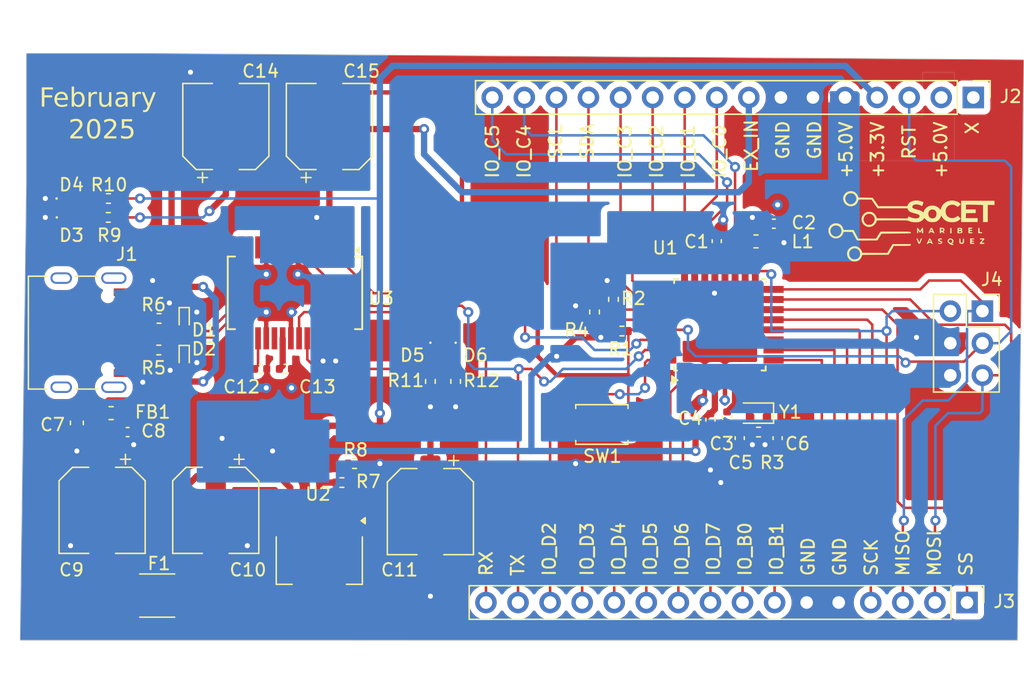
<source format=kicad_pcb>
(kicad_pcb (version 20240108) (generator "pcbnew") (generator_version "8.0")
  (layers (0 "F.Cu" signal) (31 "B.Cu" signal) (34 "B.Paste" user) (35 "F.Paste" user) (36 "B.SilkS" user "B.Silkscreen") (37 "F.SilkS" user "F.Silkscreen") (38 "B.Mask" user) (39 "F.Mask" user) (44 "Edge.Cuts" user))
  (net 0 "")
  (net 1 "/MCU/AREF")
  (net 2 "GND")
  (net 3 "+5V")
  (net 4 "EX_OSC1")
  (net 5 "EX_OSC2")
  (net 6 "PWRU_IN")
  (net 7 "Net-(C8-Pad1)")
  (net 8 "+3.3V")
  (net 9 "Net-(U3-3V3OUT)")
  (net 10 "USART_DTR")
  (net 11 "EX_RST")
  (net 12 "USBC_D.N")
  (net 13 "USBC_D.P")
  (net 14 "Net-(D3-A)")
  (net 15 "Net-(D4-A)")
  (net 16 "Net-(D5-A)")
  (net 17 "Net-(D5-K)")
  (net 18 "Net-(D6-A)")
  (net 19 "Net-(D6-K)")
  (net 20 "Net-(J1-CC1)")
  (net 25 "Net-(J1-CC2)")
  (net 28 "GPIO_C5")
  (net 29 "I2C_SDA")
  (net 30 "GPIO_C1")
  (net 31 "GPIO_C4")
  (net 32 "GPIO_C0")
  (net 34 "GPIO_C3")
  (net 35 "I2C_SCL")
  (net 36 "GPIO_C2")
  (net 37 "GPIO_D2")
  (net 38 "GPIO_B0")
  (net 39 "SPI.MOSI")
  (net 40 "GPIO_D3")
  (net 41 "GPIO_B1")
  (net 42 "USART.TXD")
  (net 43 "USART.RXD")
  (net 44 "SPI.SCK")
  (net 45 "GPIO_D7")
  (net 46 "GPIO_D6")
  (net 47 "GPIO_D4")
  (net 48 "GPIO_D5")
  (net 49 "SPI.SS")
  (net 50 "SPI.MISO")
  (net 51 "Net-(U1-AVCC)")
  (net 52 "Net-(U2-ADJ)")
  (footprint "Resistor_SMD:R_0402_1005Metric" (layer "F.Cu") (at 183.17 68)
    (property "Reference" "R1" (hide yes))
    (property "Value" "10k")
  )
  (footprint "Capacitor_SMD:CP_Elec_6.3x7.7" (layer "F.Cu") (at 151 82.2 -90)
    (property "Reference" "C10" (hide yes))
    (property "Value" "10u")
  )
  (footprint "Resistor_SMD:R_0402_1005Metric" (layer "F.Cu") (at 170 71.99 -90)
    (property "Reference" "R12" (hide yes))
    (property "Value" "150")
  )
  (footprint "Package_TO_SOT_SMD:SOT-223" (layer "F.Cu") (at 159.2 86.15 -90)
    (property "Reference" "U2" (hide yes))
    (property "Value" "LM1117DT-ADJ")
  )
  (footprint "LED_SMD:LED_0402_1005Metric" (layer "F.Cu") (at 168 70.015 -90)
    (property "Reference" "D5" (hide yes))
    (property "Value" "TX_LED")
  )
  (footprint "Capacitor_SMD:C_0402_1005Metric" (layer "F.Cu") (at 192.5 76.48 -90)
    (property "Reference" "C5" (hide yes))
    (property "Value" "18p")
  )
  (footprint "Capacitor_SMD:CP_Elec_6.3x7.7" (layer "F.Cu") (at 151.8 51.8 90)
    (property "Reference" "C14" (hide yes))
    (property "Value" "4.7u")
  )
  (footprint "Capacitor_SMD:C_0402_1005Metric" (layer "F.Cu") (at 191.5 74.88 -90)
    (property "Reference" "C3" (hide yes))
    (property "Value" ".1u")
  )
  (footprint "Fuse:Fuse_1812_4532Metric" (layer "F.Cu") (at 146.3625 88.95)
    (property "Reference" "F1" (hide yes))
    (property "Value" "500mA")
  )
  (footprint "Button_Switch_SMD:SW_Push_SPST_NO_Alps_SKRK" (layer "F.Cu") (at 181.58 75.4 180)
    (property "Reference" "SW1" (hide yes))
    (property "Value" "SW_Push")
  )
  (footprint "Package_QFP:TQFP-32_7x7mm_P0.8mm" (layer "F.Cu") (at 190.93 67.5 90)
    (property "Reference" "U1" (hide yes))
    (property "Value" "ATmega328P-A")
  )
  (footprint "Capacitor_SMD:C_0402_1005Metric" (layer "F.Cu") (at 195.2 59.5)
    (property "Reference" "C2" (hide yes))
    (property "Value" ".1u")
  )
  (footprint "Package_SO:SSOP-28_5.3x10.2mm_P0.65mm" (layer "F.Cu") (at 157.275 64.975 -90)
    (property "Reference" "U3" (hide yes))
    (property "Value" "FT232RL")
  )
  (footprint "Capacitor_SMD:C_0402_1005Metric" (layer "F.Cu") (at 195.5 76.48 -90)
    (property "Reference" "C6" (hide yes))
    (property "Value" "18p")
  )
  (footprint "Capacitor_SMD:C_0402_1005Metric" (layer "F.Cu") (at 190.18 75.02 -90)
    (property "Reference" "C4" (hide yes))
    (property "Value" ".1u")
  )
  (footprint "Connector_USB:USB_C_Receptacle_Palconn_UTC16-G" (layer "F.Cu") (at 141 68.125 -90)
    (property "Reference" "J1" (hide yes))
    (property "Value" "USB_C_Receptacle_USB2.0_16P")
  )
  (footprint "Capacitor_SMD:C_0402_1005Metric" (layer "F.Cu") (at 154.56 71)
    (property "Reference" "C12" (hide yes))
    (property "Value" ".1u")
  )
  (footprint "Capacitor_SMD:C_0402_1005Metric" (layer "F.Cu") (at 190.68 60.88 90)
    (property "Reference" "C1" (hide yes))
    (property "Value" ".1u")
  )
  (footprint "Resistor_SMD:R_0402_1005Metric" (layer "F.Cu") (at 146.49 69.5)
    (property "Reference" "R5" (hide yes))
    (property "Value" "5.1k")
  )
  (footprint "Diode_SMD:D_SOD-923" (layer "F.Cu") (at 148.5 70 -90)
    (property "Reference" "D2" (hide yes))
    (property "Value" "ESD9B5.0ST5G")
  )
  (footprint "Inductor_SMD:L_0603_1608Metric" (layer "F.Cu") (at 142.7125 74.5)
    (property "Reference" "FB1" (hide yes))
    (property "Value" "120ohms")
  )
  (footprint "Resistor_SMD:R_0402_1005Metric" (layer "F.Cu") (at 142.49 59 180)
    (property "Reference" "R9" (hide yes))
    (property "Value" "155")
  )
  (footprint "Capacitor_SMD:CP_Elec_6.3x7.7" (layer "F.Cu") (at 168 82.3 -90)
    (property "Reference" "C11" (hide yes))
    (property "Value" ".1u")
  )
  (footprint "Capacitor_SMD:CP_Elec_6.3x7.7" (layer "F.Cu") (at 142 82.2 -90)
    (property "Reference" "C9" (hide yes))
    (property "Value" "4.7u")
  )
  (footprint "Capacitor_SMD:C_0402_1005Metric" (layer "F.Cu") (at 156.52 71)
    (property "Reference" "C13" (hide yes))
    (property "Value" ".1u")
  )
  (footprint "Connector_PinHeader_2.54mm:PinHeader_1x16_P2.54mm_Vertical" (layer "F.Cu") (at 211 49.5 -90)
    (property "Reference" "J2" (hide yes))
    (property "Value" "Conn_01x16_Female")
  )
  (footprint "Capacitor_SMD:C_0402_1005Metric" (layer "F.Cu") (at 144.02 76)
    (property "Reference" "C8" (hide yes))
    (property "Value" ".1u")
  )
  (footprint "Connector_PinSocket_2.54mm:PinSocket_2x03_P2.54mm_Vertical" (layer "F.Cu") (at 211.72 66.42)
    (property "Reference" "J4" (hide yes))
    (property "Value" "ICSP")
  )
  (footprint "LED_SMD:LED_0402_1005Metric" (layer "F.Cu") (at 139.485 57.5)
    (property "Reference" "D4" (hide yes))
    (property "Value" "LED")
  )
  (footprint "Resistor_SMD:R_0402_1005Metric" (layer "F.Cu") (at 193.99 76)
    (property "Reference" "R3" (hide yes))
    (property "Value" "1M")
  )
  (footprint "Inductor_SMD:L_0603_1608Metric" (layer "F.Cu") (at 193.7875 60.9)
    (property "Reference" "L1" (hide yes))
    (property "Value" "10u")
  )
  (footprint "Resistor_SMD:R_0402_1005Metric" (layer "F.Cu") (at 168 71.99 -90)
    (property "Reference" "R11" (hide yes))
    (property "Value" "150")
  )
  (footprint "Resistor_SMD:R_0402_1005Metric" (layer "F.Cu") (at 142.5 57.5 180)
    (property "Reference" "R10" (hide yes))
    (property "Value" "70")
  )
  (footprint "Capacitor_SMD:CP_Elec_6.3x7.7" (layer "F.Cu") (at 160 51.8 90)
    (property "Reference" "C15" (hide yes))
    (property "Value" ".1u")
  )
  (footprint "LED_SMD:LED_0402_1005Metric" (layer "F.Cu") (at 139.5 59)
    (property "Reference" "D3" (hide yes))
    (property "Value" "LED")
  )
  (footprint "LED_SMD:LED_0402_1005Metric" (layer "F.Cu") (at 170 70.015 -90)
    (property "Reference" "D6" (hide yes))
    (property "Value" "RX_LED")
  )
  (footprint "Resistor_SMD:R_0402_1005Metric" (layer "F.Cu") (at 146.51 67)
    (property "Reference" "R6" (hide yes))
    (property "Value" "5.1k")
  )
  (footprint "MALTS - ADXL:socetlogo" (layer "F.Cu") (at 209.5 60.5)
    (property "Reference" "G***" (hide yes))
    (property "Value" "LOGO" (hide yes))
  )
  (footprint "Diode_SMD:D_SOD-923" (layer "F.Cu") (at 148.5 67 -90)
    (property "Reference" "D1" (hide yes))
    (property "Value" "ESD9B5.0ST5G")
  )
  (footprint "Crystal:Crystal_SMD_2012-2Pin_2.0x1.2mm" (layer "F.Cu") (at 193.98 74.5 180)
    (property "Reference" "Y1" (hide yes))
    (property "Value" "16MHz")
  )
  (footprint "Connector_PinHeader_2.54mm:PinHeader_1x16_P2.54mm_Vertical" (layer "F.Cu") (at 210.5 89.5 -90)
    (property "Reference" "J3" (hide yes))
    (property "Value" "Conn_01x16_Female")
  )
  (footprint "Capacitor_SMD:C_0603_1608Metric" (layer "F.Cu") (at 140 75.275 -90)
    (property "Reference" "C7" (hide yes))
    (property "Value" "0.1u")
  )
  (footprint "Resistor_SMD:R_0402_1005Metric" (layer "F.Cu") (at 161.99 78.5)
    (property "Reference" "R8" (hide yes))
    (property "Value" "200")
  )
  (footprint "Resistor_SMD:R_0402_1005Metric" (layer "F.Cu") (at 182.5 65.49 -90)
    (property "Reference" "R2" (hide yes))
    (property "Value" "4.7k")
  )
  (footprint "Resistor_SMD:R_0402_1005Metric" (layer "F.Cu") (at 181 66.49 -90)
    (property "Reference" "R4" (hide yes))
    (property "Value" "4.7k")
  )
  (footprint "Resistor_SMD:R_0402_1005Metric" (layer "F.Cu") (at 160.99 80)
    (property "Reference" "R7" (hide yes))
    (property "Value" "121")
  )
  (gr_poly (pts (xy 136 56.000768) (xy 135.5 92.5) (xy 214.5 92.500768) (xy 215 46.500768) (xy 146 46.000768) (xy 143.5 46) (xy 139.5 46) (xy 136 46)) (stroke (width 0.05)) (fill none) (layer "Edge.Cuts"))
  (gr_text "C9" (at 138.5 87.5 0) (layer "F.SilkS") (effects (font (size 1 1)) (justify left bottom)))
  (gr_text "D5" (at 165.5 70.5 0) (layer "F.SilkS") (effects (font (size 1 1)) (justify left bottom)))
  (gr_text "RX\n" (at 173 87.5 90) (layer "F.SilkS") (effects (font (size 1 1) (thickness 0.16)) (justify left bottom)))
  (gr_text "C6" (at 196 77.5 0) (layer "F.SilkS") (effects (font (size 1 1)) (justify left bottom)))
  (gr_text "MISO" (at 206 87.5 90) (layer "F.SilkS") (effects (font (size 1 1) (thickness 0.16)) (justify left bottom)))
  (gr_text "C1" (at 188 61.5 0) (layer "F.SilkS") (effects (font (size 1 1)) (justify left bottom)))
  (gr_text "R3" (at 194 79 0) (layer "F.SilkS") (effects (font (size 1 1)) (justify left bottom)))
  (gr_text "R6" (at 145 66.5 0) (layer "F.SilkS") (effects (font (size 1 1)) (justify left bottom)))
  (gr_text "C13" (at 157.5 73 0) (layer "F.SilkS") (effects (font (size 1 1)) (justify left bottom)))
  (gr_text "R1" (at 182 70 0) (layer "F.SilkS") (effects (font (size 1 1)) (justify left bottom)))
  (gr_text "FB1" (at 144.5 75 0) (layer "F.SilkS") (effects (font (size 1 1)) (justify left bottom)))
  (gr_text "C7" (at 137 76 0) (layer "F.SilkS") (effects (font (size 1 1)) (justify left bottom)))
  (gr_text "C14" (at 153 48 0) (layer "F.SilkS") (effects (font (size 1 1)) (justify left bottom)))
  (gr_text "IO_C3" (at 184 56 90) (layer "F.SilkS") (effects (font (size 1 1) (thickness 0.16)) (justify left bottom)))
  (gr_text "R9" (at 141.5 61 0) (layer "F.SilkS") (effects (font (size 1 1)) (justify left bottom)))
  (gr_text "C5" (at 191.5 79 0) (layer "F.SilkS") (effects (font (size 1 1)) (justify left bottom)))
  (gr_text "RST" (at 206.5 54.5 90) (layer "F.SilkS") (effects (font (size 1 1) (thickness 0.16)) (justify left bottom)))
  (gr_text "+3.3V" (at 204 56 90) (layer "F.SilkS") (effects (font (size 1 1) (thickness 0.16)) (justify left bottom)))
  (gr_text "F1" (at 145.5 87 0) (layer "F.SilkS") (effects (font (size 1 1)) (justify left bottom)))
  (gr_text "C4" (at 187.5 75.5 0) (layer "F.SilkS") (effects (font (size 1 1)) (justify left bottom)))
  (gr_text "R2" (at 183 66 0) (layer "F.SilkS") (effects (font (size 1 1)) (justify left bottom)))
  (gr_text "IO_D2" (at 178 87.5 90) (layer "F.SilkS") (effects (font (size 1 1) (thickness 0.16)) (justify left bottom)))
  (gr_text "TX\n" (at 175.5 87.5 90) (layer "F.SilkS") (effects (font (size 1 1) (thickness 0.16)) (justify left bottom)))
  (gr_text "IO_B1" (at 196 87.5 90) (layer "F.SilkS") (effects (font (size 1 1) (thickness 0.16)) (justify left bottom)))
  (gr_text "R8" (at 161 78 0) (layer "F.SilkS") (effects (font (size 1 1)) (justify left bottom)))
  (gr_text "R11" (at 164.5 72.5 0) (layer "F.SilkS") (effects (font (size 1 1)) (justify left bottom)))
  (gr_text "EX_IN" (at 194 55.5 90) (layer "F.SilkS") (effects (font (size 1 1) (thickness 0.16)) (justify left bottom)))
  (gr_text "J4" (at 211.5 64.5 0) (layer "F.SilkS") (effects (font (size 1 1)) (justify left bottom)))
  (gr_text "Y1" (at 195.5 75 0) (layer "F.SilkS") (effects (font (size 1 1)) (justify left bottom)))
  (gr_text "C3" (at 190 77.5 0) (layer "F.SilkS") (effects (font (size 1 1)) (justify left bottom)))
  (gr_text "X" (at 211.5 52.5 90) (layer "F.SilkS") (effects (font (size 1 1) (thickness 0.16)) (justify left bottom)))
  (gr_text "IO_C2" (at 186.5 56 90) (layer "F.SilkS") (effects (font (size 1 1) (thickness 0.16)) (justify left bottom)))
  (gr_text "C8" (at 145 76.5 0) (layer "F.SilkS") (effects (font (size 1 1)) (justify left bottom)))
  (gr_text "J2" (at 213 50 0) (layer "F.SilkS") (effects (font (size 1 1)) (justify left bottom)))
  (gr_text "GND" (at 198.5 87.5 90) (layer "F.SilkS") (effects (font (size 1 1) (thickness 0.16)) (justify left bottom)))
  (gr_text "GND" (at 201 87.5 90) (layer "F.SilkS") (effects (font (size 1 1) (thickness 0.16)) (justify left bottom)))
  (gr_text "SW1" (at 180 78.5 0) (layer "F.SilkS") (effects (font (size 1 1)) (justify left bottom)))
  (gr_text "J1" (at 143 62.5 0) (layer "F.SilkS") (effects (font (size 1 1)) (justify left bottom)))
  (gr_text "GND" (at 196.5 54.5 90) (layer "F.SilkS") (effects (font (size 1 1) (thickness 0.16)) (justify left bottom)))
  (gr_text "R4" (at 178.5 68.5 0) (layer "F.SilkS") (effects (font (size 1 1)) (justify left bottom)))
  (gr_text "IO_D7" (at 191 87.5 90) (layer "F.SilkS") (effects (font (size 1 1) (thickness 0.16)) (justify left bottom)))
  (gr_text "SCL" (at 178.5 54.5 90) (layer "F.SilkS") (effects (font (size 1 1) (thickness 0.16)) (justify left bottom)))
  (gr_text "C2" (at 196.5 60 0) (layer "F.SilkS") (effects (font (size 1 1)) (justify left bottom)))
  (gr_text "IO_C4\n" (at 176 56 90) (layer "F.SilkS") (effects (font (size 1 1) (thickness 0.16)) (justify left bottom)))
  (gr_text "IO_C5" (at 173.5 56 90) (layer "F.SilkS") (effects (font (size 1 1) (thickness 0.16)) (justify left bottom)))
  (gr_text "C12" (at 151.5 73 0) (layer "F.SilkS") (effects (font (size 1 1)) (justify left bottom)))
  (gr_text "R10" (at 141 57 0) (layer "F.SilkS") (effects (font (size 1 1)) (justify left bottom)))
  (gr_text "R7" (at 162 80.5 0) (layer "F.SilkS") (effects (font (size 1 1)) (justify left bottom)))
  (gr_text "D4" (at 138.5 57 0) (layer "F.SilkS") (effects (font (size 1 1)) (justify left bottom)))
  (gr_text "IO_D6" (at 188.5 87.5 90) (layer "F.SilkS") (effects (font (size 1 1) (thickness 0.16)) (justify left bottom)))
  (gr_text "GND" (at 199 54.5 90) (layer "F.SilkS") (effects (font (size 1 1) (thickness 0.16)) (justify left bottom)))
  (gr_text "R12" (at 170.5 72.5 0) (layer "F.SilkS") (effects (font (size 1 1)) (justify left bottom)))
  (gr_text "C11" (at 164 87.5 0) (layer "F.SilkS") (effects (font (size 1 1)) (justify left bottom)))
  (gr_text "IO_D5" (at 186 87.5 90) (layer "F.SilkS") (effects (font (size 1 1) (thickness 0.16)) (justify left bottom)))
  (gr_text "D3" (at 138.5 61 0) (layer "F.SilkS") (effects (font (size 1 1)) (justify left bottom)))
  (gr_text "IO_D4\n" (at 183.5 87.5 90) (layer "F.SilkS") (effects (font (size 1 1) (thickness 0.16)) (justify left bottom)))
  (gr_text "+5.0V" (at 201.5 56 90) (layer "F.SilkS") (effects (font (size 1 1) (thickness 0.16)) (justify left bottom)))
  (gr_text "MOSI" (at 208.5 87.5 90) (layer "F.SilkS") (effects (font (size 1 1) (thickness 0.16)) (justify left bottom)))
  (gr_text "D6" (at 170.5 70.5 0) (layer "F.SilkS") (effects (font (size 1 1)) (justify left bottom)))
  (gr_text "IO_C0" (at 191.5 56 90) (layer "F.SilkS") (effects (font (size 1 1) (thickness 0.16)) (justify left bottom)))
  (gr_text "R5" (at 145 71.5 0) (layer "F.SilkS") (effects (font (size 1 1)) (justify left bottom)))
  (gr_text "SCK" (at 203.5 87.5 90) (layer "F.SilkS") (effects (font (size 1 1) (thickness 0.16)) (justify left bottom)))
  (gr_text "IO_B0" (at 193.5 87.5 90) (layer "F.SilkS") (effects (font (size 1 1) (thickness 0.16)) (justify left bottom)))
  (gr_text "February \n2025" (at 142 53 0) (layer "F.SilkS") (effects (font (size 1.5 1.5)) (justify bottom)))
  (gr_text "IO_C1" (at 189 56 90) (layer "F.SilkS") (effects (font (size 1 1) (thickness 0.16)) (justify left bottom)))
  (gr_text "U1" (at 185.5 62 0) (layer "F.SilkS") (effects (font (size 1 1)) (justify left bottom)))
  (gr_text "U2" (at 158 81.5 0) (layer "F.SilkS") (effects (font (size 1 1)) (justify left bottom)))
  (gr_text "U3" (at 163 66 0) (layer "F.SilkS") (effects (font (size 1 1)) (justify left bottom)))
  (gr_text "SDA" (at 181 54.5 90) (layer "F.SilkS") (effects (font (size 1 1) (thickness 0.16)) (justify left bottom)))
  (gr_text "D2" (at 149 70 0) (layer "F.SilkS") (effects (font (size 1 1)) (justify left bottom)))
  (gr_text "D1" (at 149 68.5 0) (layer "F.SilkS") (effects (font (size 1 1)) (justify left bottom)))
  (gr_text "C15" (at 161 48 0) (layer "F.SilkS") (effects (font (size 1 1)) (justify left bottom)))
  (gr_text "C10" (at 152 87.5 0) (layer "F.SilkS") (effects (font (size 1 1)) (justify left bottom)))
  (gr_text "J3" (at 212.5 90 0) (layer "F.SilkS") (effects (font (size 1 1)) (justify left bottom)))
  (gr_text "SS" (at 211 87.5 90) (layer "F.SilkS") (effects (font (size 1 1) (thickness 0.16)) (justify left bottom)))
  (gr_text "L1" (at 196.5 61.5 0) (layer "F.SilkS") (effects (font (size 1 1)) (justify left bottom)))
  (gr_text "IO_D3" (at 181 87.5 90) (layer "F.SilkS") (effects (font (size 1 1) (thickness 0.16)) (justify left bottom)))
  (gr_text "+5.0V\n" (at 209 56 90) (layer "F.SilkS") (effects (font (size 1 1) (thickness 0.16)) (justify left bottom)))
  (segment (start 190.68 61.36) (end 191.33 62.01) (width 0.5) (layer "F.Cu") (net 1))
  (segment (start 191.33 62.01) (end 191.33 63.25) (width 0.5) (layer "F.Cu") (net 1))
  (segment (start 156.95 66.55) (end 157 66.5) (width 0.35) (layer "F.Cu") (net 2))
  (segment (start 148.5 70.42) (end 149.42 70.42) (width 0.35) (layer "F.Cu") (net 2))
  (segment (start 155.04 71) (end 155.04 72.46) (width 0.35) (layer "F.Cu") (net 2))
  (segment (start 149.42 66.58) (end 149.5 66.5) (width 0.35) (layer "F.Cu") (net 2))
  (segment (start 151.3 49.3) (end 149.5 47.5) (width 0.35) (layer "F.Cu") (net 2))
  (segment (start 189.73 71.75) (end 189.73 73.33) (width 0.35) (layer "F.Cu") (net 2))
  (segment (start 194.5 77) (end 195.46 77) (width 0.35) (layer "F.Cu") (net 2))
  (segment (start 190.18 79) (end 190.18 75.5) (width 0.35) (layer "F.Cu") (net 2))
  (segment (start 209.18 68.96) (end 206.96 68.96) (width 0.5) (layer "F.Cu") (net 2))
  (segment (start 191.33 73.466912) (end 191.323456 73.473456) (width 0.35) (layer "F.Cu") (net 2))
  (segment (start 140 77.5) (end 140 76.05) (width 0.35) (layer "F.Cu") (net 2))
  (segment (start 147.39 71.11) (end 147 70.72) (width 0.35) (layer "F.Cu") (net 2))
  (segment (start 149.5 47.5) (end 149 47.5) (width 0.35) (layer "F.Cu") (net 2))
  (segment (start 192.5 76.96) (end 193.46 76.96) (width 0.35) (layer "F.Cu") (net 2))
  (segment (start 146 64) (end 145.075 64.925) (width 0.35) (layer "F.Cu") (net 2))
  (segment (start 168 72.5) (end 168 74) (width 0.35) (layer "F.Cu") (net 2))
  (segment (start 155.04 72.46) (end 155 72.5) (width 0.35) (layer "F.Cu") (net 2))
  (segment (start 145.075 64.925) (end 143.51 64.925) (width 0.35) (layer "F.Cu") (net 2))
  (segment (start 195.68 59.5) (end 195.68 58.18) (width 0.35) (layer "F.Cu") (net 2))
  (segment (start 139.015 59) (end 137.5 59) (width 0.35) (layer "F.Cu") (net 2))
  (segment (start 159.5 70.37) (end 159.55 70.32) (width 0.35) (layer "F.Cu") (net 2))
  (segment (start 179.48 78.48) (end 179.5 78.5) (width 0.35) (layer "F.Cu") (net 2))
  (segment (start 195.46 77) (end 195.5 76.96) (width 0.35) (layer "F.Cu") (net 2))
  (segment (start 191.5 79.5) (end 191.5 75.36) (width 0.35) (layer "F.Cu") (net 2))
  (segment (start 179.48 75.4) (end 179.48 78.48) (width 0.35) (layer "F.Cu") (net 2))
  (segment (start 157.5 63.5) (end 157.5 61.475) (width 0.35) (layer "F.Cu") (net 2))
  (segment (start 155 61.375) (end 155 63.5) (width 0.35) (layer "F.Cu") (net 2))
  (segment (start 139.6 84.9) (end 139.5 85) (width 0.35) (layer "F.Cu") (net 2))
  (segment (start 149.42 70.42) (end 149.5 70.5) (width 0.35) (layer "F.Cu") (net 2))
  (segment (start 168 85) (end 168 89) (width 0.35) (layer "F.Cu") (net 2))
  (segment (start 147.327316 65.775772) (end 147.02 66.083088) (width 0.35) (layer "F.Cu") (net 2))
  (segment (start 206.96 68.96) (end 206.5 68.5) (width 0.5) (layer "F.Cu") (net 2))
  (segment (start 147 70.72) (end 147 69.5) (width 0.35) (layer "F.Cu") (net 2))
  (segment (start 155 68.575) (end 155 66.5) (width 0.35) (layer "F.Cu") (net 2))
  (segment (start 145.22 72.051544) (end 144.493456 71.325) (width 0.35) (layer "F.Cu") (net 2))
  (segment (start 191.33 71.75) (end 191.33 73.466912) (width 0.35) (layer "F.Cu") (net 2))
  (segment (start 160.2 68.575) (end 160.2 70.07) (width 0.35) (layer "F.Cu") (net 2))
  (segment (start 190.68 60.4) (end 190.68 59.710956) (width 0.35) (layer "F.Cu") (net 2))
  (segment (start 189.73 73.33) (end 189.56 73.5) (width 0.35) (layer "F.Cu") (net 2))
  (segment (start 193.46 76.96) (end 193.5 77) (width 0.35) (layer "F.Cu") (net 2))
  (segment (start 191 80) (end 191.5 79.5) (width 0.35) (layer "F.Cu") (net 2))
  (segment (start 157.5 61.475) (end 157.6 61.375) (width 0.35) (layer "F.Cu") (net 2))
  (segment (start 151 85) (end 153.5 85) (width 0.35) (layer "F.Cu") (net 2))
  (segment (start 156.95 68.575) (end 156.95 66.55) (width 0.35) (layer "F.Cu") (net 2))
  (segment (start 147.02 66.083088) (end 147.02 67) (width 0.35) (layer "F.Cu") (net 2))
  (segment (start 170 72.5) (end 170 74) (width 0.35) (layer "F.Cu") (net 2))
  (segment (start 190.68 59.710956) (end 191.195478 59.195478) (width 0.35) (layer "F.Cu") (net 2))
  (segment (start 157 71) (end 157 72.5) (width 0.35) (layer "F.Cu") (net 2))
  (segment (start 142 84.9) (end 139.6 84.9) (width 0.35) (layer "F.Cu") (net 2))
  (segment (start 159.55 70.32) (end 159.55 68.575) (width 0.35) (layer "F.Cu") (net 2))
  (segment (start 195.68 58.18) (end 195.5 58) (width 0.35) (layer "F.Cu") (net 2))
  (segment (start 144.493456 71.325) (end 143.51 71.325) (width 0.35) (layer "F.Cu") (net 2))
  (segment (start 160.2 70.07) (end 160.5 70.37) (width 0.35) (layer "F.Cu") (net 2))
  (segment (start 190.53 63.25) (end 190.53 64.97) (width 0.35) (layer "F.Cu") (net 2))
  (segment (start 139 57.5) (end 137.5 57.5) (width 0.35) (layer "F.Cu") (net 2))
  (segment (start 190.53 64.97) (end 190.5 65) (width 0.35) (layer "F.Cu") (net 2))
  (segment (start 162.5 78.5) (end 164 78.5) (width 0.35) (layer "F.Cu") (net 2))
  (segment (start 148.5 66.58) (end 149.42 66.58) (width 0.35) (layer "F.Cu") (net 2))
  (segment (start 151.8 49.3) (end 151.3 49.3) (width 0.35) (layer "F.Cu") (net 2))
  (segment (start 144.5 76) (end 144.5 77) (width 0.35) (layer "F.Cu") (net 2))
  (via (at 194.5 77) (size 0.8) (drill 0.4) (layers "F.Cu" "B.Cu") (net 2))
  (via (at 157 72.5) (size 0.8) (drill 0.4) (layers "F.Cu" "B.Cu") (net 2))
  (via (at 168 89) (size 0.8) (drill 0.4) (layers "F.Cu" "B.Cu") (net 2))
  (via (at 155 63.5) (size 0.8) (drill 0.4) (layers "F.Cu" "B.Cu") (net 2))
  (via (at 157.5 63.5) (size 0.8) (drill 0.4) (layers "F.Cu" "B.Cu") (net 2))
  (via (at 193.5 77) (size 0.8) (drill 0.4) (layers "F.Cu" "B.Cu") (net 2))
  (via (at 206.5 68.5) (size 0.8) (drill 0.4) (layers "F.Cu" "B.Cu") (net 2))
  (via (at 170 74) (size 0.8) (drill 0.4) (layers "F.Cu" "B.Cu") (net 2))
  (via (at 155 66.5) (size 0.8) (drill 0.4) (layers "F.Cu" "B.Cu") (net 2))
  (via (at 191 80) (size 0.8) (drill 0.4) (layers "F.Cu" "B.Cu") (net 2))
  (via (at 190.5 65) (size 0.8) (drill 0.4) (layers "F.Cu" "B.Cu") (net 2))
  (via (at 147.39 71.11) (size 0.8) (drill 0.4) (layers "F.Cu" "B.Cu") (net 2))
  (via (at 157 66.5) (size 0.8) (drill 0.4) (layers "F.Cu" "B.Cu") (net 2))
  (via (at 195.5 58) (size 0.8) (drill 0.4) (layers "F.Cu" "B.Cu") (net 2))
  (via (at 139.5 85) (size 0.8) (drill 0.4) (layers "F.Cu" "B.Cu") (net 2))
  (via (at 189.56 73.5) (size 0.8) (drill 0.4) (layers "F.Cu" "B.Cu") (net 2))
  (via (at 159.5 70.37) (size 0.8) (drill 0.4) (layers "F.Cu" "B.Cu") (net 2))
  (via (at 153.5 85) (size 0.8) (drill 0.4) (layers "F.Cu" "B.Cu") (net 2))
  (via (at 149 47.5) (size 0.8) (drill 0.4) (layers "F.Cu" "B.Cu") (net 2))
  (via (at 191.323456 73.473456) (size 0.8) (drill 0.4) (layers "F.Cu" "B.Cu") (net 2))
  (via (at 146 64) (size 0.8) (drill 0.4) (layers "F.Cu" "B.Cu") (net 2))
  (via (at 160.5 70.37) (size 0.8) (drill 0.4) (layers "F.Cu" "B.Cu") (net 2))
  (via (at 145.22 72.051544) (size 0.8) (drill 0.4) (layers "F.Cu" "B.Cu") (net 2))
  (via (at 149.5 66.5) (size 0.8) (drill 0.4) (layers "F.Cu" "B.Cu") (net 2))
  (via (at 140 77.5) (size 0.8) (drill 0.4) (layers "F.Cu" "B.Cu") (net 2))
  (via (at 137.5 59) (size 0.8) (drill 0.4) (layers "F.Cu" "B.Cu") (net 2))
  (via (at 155 72.5) (size 0.8) (drill 0.4) (layers "F.Cu" "B.Cu") (net 2))
  (via (at 168 74) (size 0.8) (drill 0.4) (layers "F.Cu" "B.Cu") (net 2))
  (via (at 137.5 57.5) (size 0.8) (drill 0.4) (layers "F.Cu" "B.Cu") (net 2))
  (via (at 164 78.5) (size 0.8) (drill 0.4) (layers "F.Cu" "B.Cu") (net 2))
  (via (at 147.327316 65.775772) (size 0.8) (drill 0.4) (layers "F.Cu" "B.Cu") (net 2))
  (via (at 144.5 77) (size 0.8) (drill 0.4) (layers "F.Cu" "B.Cu") (net 2))
  (via (at 149.5 70.5) (size 0.8) (drill 0.4) (layers "F.Cu" "B.Cu") (net 2))
  (via (at 191.195478 59.195478) (size 0.8) (drill 0.4) (layers "F.Cu" "B.Cu") (net 2))
  (via (at 179.5 78.5) (size 0.8) (drill 0.4) (layers "F.Cu" "B.Cu") (net 2))
  (via (at 190.18 79) (size 0.8) (drill 0.4) (layers "F.Cu" "B.Cu") (net 2))
  (segment (start 151 79.6) (end 155.5 79.6) (width 0.5) (layer "F.Cu") (net 3))
  (segment (start 192.13 73.77) (end 192.13 71.75) (width 0.5) (layer "F.Cu") (net 3))
  (segment (start 151 79.6) (end 151 77) (width 0.5) (layer "F.Cu") (net 3))
  (segment (start 156.3 70.74) (end 156.3 68.575) (width 0.5) (layer "F.Cu") (net 3))
  (segment (start 156.1 79.6) (end 156.9 80.4) (width 0.5) (layer "F.Cu") (net 3))
  (segment (start 181.5 68.5) (end 179.5 68.5) (width 0.5) (layer "F.Cu") (net 3))
  (segment (start 148.5 80.5) (end 149.5 79.5) (width 0.5) (layer "F.Cu") (net 3))
  (segment (start 189 75.630728) (end 190.090728 74.54) (width 0.5) (layer "F.Cu") (net 3))
  (segment (start 159 59) (end 159.55 59.55) (width 0.35) (layer "F.Cu") (net 3))
  (segment (start 151 77) (end 151.5 76.5) (width 0.5) (layer "F.Cu") (net 3))
  (segment (start 191.5 74.4) (end 192.13 73.77) (width 0.5) (layer "F.Cu") (net 3))
  (segment (start 182.5 64.5) (end 182 64) (width 0.5) (layer "F.Cu") (net 3))
  (segment (start 155.5 79.6) (end 156.1 79.6) (width 0.5) (layer "F.Cu") (net 3))
  (segment (start 194.72 59.5) (end 194 59.5) (width 0.5) (layer "F.Cu") (net 3))
  (segment (start 159.55 59.55) (end 159.55 61.375) (width 0.35) (layer "F.Cu") (net 3))
  (segment (start 182 68) (end 181.5 68.5) (width 0.5) (layer "F.Cu") (net 3))
  (segment (start 149.5 79.5) (end 150.9 79.5) (width 0.5) (layer "F.Cu") (net 3))
  (segment (start 194.575 60.9) (end 195.9 60.9) (width 0.5) (layer "F.Cu") (net 3))
  (segment (start 150.9 79.5) (end 151 79.6) (width 0.5) (layer "F.Cu") (net 3))
  (segment (start 155.5 79.6) (end 155.5 77.5) (width 0.5) (layer "F.Cu") (net 3))
  (segment (start 190.53 74.19) (end 190.53 71.75) (width 0.5) (layer "F.Cu") (net 3))
  (segment (start 156.04 71) (end 156.3 70.74) (width 0.5) (layer "F.Cu") (net 3))
  (segment (start 150.5 58.5) (end 151.8 57.2) (width 0.5) (layer "F.Cu") (net 3))
  (segment (start 190.18 74.54) (end 190.53 74.19) (width 0.5) (layer "F.Cu") (net 3))
  (segment (start 179.5 68.5) (end 178 70) (width 0.5) (layer "F.Cu") (net 3))
  (segment (start 156.9 80.4) (end 156.9 83) (width 0.5) (layer "F.Cu") (net 3))
  (segment (start 181 65.98) (end 179.52 65.98) (width 0.5) (layer "F.Cu") (net 3))
  (segment (start 148.5 88.95) (end 148.5 80.5) (width 0.5) (layer "F.Cu") (net 3))
  (segment (start 143 59) (end 145 59) (width 0.2) (layer "F.Cu") (net 3))
  (segment (start 194 59.5) (end 193.5 59) (width 0.5) (layer "F.Cu") (net 3))
  (segment (start 195.9 60.9) (end 196 61) (width 0.5) (layer "F.Cu") (net 3))
  (segment (start 189 77.5) (end 189 75.630728) (width 0.5) (layer "F.Cu") (net 3))
  (segment (start 190.090728 74.54) (end 190.18 74.54) (width 0.5) (layer "F.Cu") (net 3))
  (segment (start 151.8 57.2) (end 151.8 54.7) (width 0.5) (layer "F.Cu") (net 3))
  (segment (start 179.52 65.98) (end 179.5 66) (width 0.5) (layer "F.Cu") (net 3))
  (segment (start 182.5 64.98) (end 182.5 64.5) (width 0.5) (layer "F.Cu") (net 3))
  (segment (start 182.66 68) (end 182 68) (width 0.5) (layer "F.Cu") (net 3))
  (via (at 182 64) (size 0.8) (drill 0.4) (layers "F.Cu" "B.Cu") (net 3))
  (via (at 189 77.5) (size 0.8) (drill 0.4) (layers "F.Cu" "B.Cu") (net 3))
  (via (at 193.5 59) (size 0.8) (drill 0.4) (layers "F.Cu" "B.Cu") (net 3))
  (via (at 179.5 66) (size 0.8) (drill 0.4) (layers "F.Cu" "B.Cu") (net 3))
  (via (at 151.5 76.5) (size 0.8) (drill 0.4) (layers "F.Cu" "B.Cu") (net 3))
  (via (at 181.5 68.5) (size 0.8) (drill 0.4) (layers "F.Cu" "B.Cu") (net 3))
  (via (at 155.5 77.5) (size 0.8) (drill 0.4) (layers "F.Cu" "B.Cu") (net 3))
  (via (at 196 61) (size 0.8) (drill 0.4) (layers "F.Cu" "B.Cu") (net 3))
  (via (at 178 70) (size 0.8) (drill 0.4) (layers "F.Cu" "B.Cu") (net 3))
  (via (at 145 59) (size 0.8) (drill 0.4) (layers "F.Cu" "B.Cu") (net 3))
  (via (at 159 59) (size 0.8) (drill 0.4) (layers "F.Cu" "B.Cu") (net 3))
  (via (at 150.5 58.5) (size 0.8) (drill 0.4) (layers "F.Cu" "B.Cu") (net 3))
  (segment (start 178 70) (end 177.5 70) (width 0.5) (layer "B.Cu") (net 3))
  (segment (start 177.5 70) (end 176 71.5) (width 0.5) (layer "B.Cu") (net 3))
  (segment (start 176 71.5) (end 176 77.5) (width 0.5) (layer "B.Cu") (net 3))
  (segment (start 155.5 77.5) (end 176 77.5) (width 0.5) (layer "B.Cu") (net 3))
  (segment (start 150 59) (end 145 59) (width 0.2) (layer "B.Cu") (net 3))
  (segment (start 189 77.5) (end 176 77.5) (width 0.5) (layer "B.Cu") (net 3))
  (segment (start 150.5 58.5) (end 150 59) (width 0.2) (layer "B.Cu") (net 3))
  (segment (start 193.48 76) (end 193.48 74.7) (width 0.35) (layer "F.Cu") (net 4))
  (segment (start 192.93 74.15) (end 193.28 74.5) (width 0.35) (layer "F.Cu") (net 4))
  (segment (start 192.93 71.75) (end 192.93 74.15) (width 0.35) (layer "F.Cu") (net 4))
  (segment (start 193.48 76) (end 192.5 76) (width 0.35) (layer "F.Cu") (net 4))
  (segment (start 193.48 74.7) (end 193.28 74.5) (width 0.35) (layer "F.Cu") (net 4))
  (segment (start 194.5 76) (end 195.5 76) (width 0.35) (layer "F.Cu") (net 5))
  (segment (start 193.73 72.73) (end 194.68 73.68) (width 0.35) (layer "F.Cu") (net 5))
  (segment (start 194.5 76) (end 194.5 74.68) (width 0.35) (layer "F.Cu") (net 5))
  (segment (start 194.68 73.68) (end 194.68 74.5) (width 0.35) (layer "F.Cu") (net 5))
  (segment (start 193.73 71.75) (end 193.73 72.73) (width 0.35) (layer "F.Cu") (net 5))
  (segment (start 194.5 74.68) (end 194.68 74.5) (width 0.35) (layer "F.Cu") (net 5))
  (segment (start 143.51 65.725) (end 143.381 65.854) (width 0.13) (layer "F.Cu") (net 6))
  (segment (start 145.525 70.525) (end 143.51 70.525) (width 0.5) (layer "F.Cu") (net 6))
  (segment (start 142.5 73.5) (end 145.5 73.5) (width 0.5) (layer "F.Cu") (net 6))
  (segment (start 146 73) (end 146 72) (width 0.5) (layer "F.Cu") (net 6))
  (segment (start 146 71) (end 145.525 70.525) (width 0.5) (layer "F.Cu") (net 6))
  (segment (start 146.275 65.725) (end 143.51 65.725) (width 0.5) (layer "F.Cu") (net 6))
  (segment (start 147 65) (end 146.275 65.725) (width 0.5) (layer "F.Cu") (net 6))
  (segment (start 150 72) (end 146 72) (width 0.5) (layer "F.Cu") (net 6))
  (segment (start 141.925 74.5) (end 141.925 74.075) (width 0.5) (layer "F.Cu") (net 6))
  (segment (start 140 74.5) (end 141.925 74.5) (width 0.5) (layer "F.Cu") (net 6))
  (segment (start 147.5 64.5) (end 147 65) (width 0.5) (layer "F.Cu") (net 6))
  (segment (start 149 52) (end 147.5 53.5) (width 0.5) (layer "F.Cu") (net 6))
  (segment (start 167.5 52) (end 149 52) (width 0.5) (layer "F.Cu") (net 6))
  (segment (start 141.925 74.075) (end 142.5 73.5) (width 0.5) (layer "F.Cu") (net 6))
  (segment (start 145.5 73.5) (end 146 73) (width 0.5) (layer "F.Cu") (net 6))
  (segment (start 147.5 64.5) (end 150 64.5) (width 0.5) (layer "F.Cu") (net 6))
  (segment (start 143.51 70.525) (end 143.381 70.396) (width 0.13) (layer "F.Cu") (net 6))
  (segment (start 146 72) (end 146 71) (width 0.5) (layer "F.Cu") (net 6))
  (segment (start 147.5 53.5) (end 147.5 64.5) (width 0.5) (layer "F.Cu") (net 6))
  (via (at 150 72) (size 0.8) (drill 0.4) (layers "F.Cu" "B.Cu") (net 6))
  (via (at 150 64.5) (size 0.8) (drill 0.4) (layers "F.Cu" "B.Cu") (net 6))
  (via (at 167.5 52) (size 0.8) (drill 0.4) (layers "F.Cu" "B.Cu") (net 6))
  (segment (start 167.5 54) (end 170.5 57) (width 0.5) (layer "B.Cu") (net 6))
  (segment (start 151 65.5) (end 151 71) (width 0.5) (layer "B.Cu") (net 6))
  (segment (start 170.5 57) (end 192.44 57) (width 0.5) (layer "B.Cu") (net 6))
  (segment (start 167.5 52) (end 167.5 54) (width 0.5) (layer "B.Cu") (net 6))
  (segment (start 151 71) (end 150 72) (width 0.5) (layer "B.Cu") (net 6))
  (segment (start 192.44 57) (end 193.22 56.22) (width 0.5) (layer "B.Cu") (net 6))
  (segment (start 150 64.5) (end 151 65.5) (width 0.5) (layer "B.Cu") (net 6))
  (segment (start 193.22 56.22) (end 193.22 49.5) (width 0.5) (layer "B.Cu") (net 6))
  (segment (start 142 76.5) (end 142 79.5) (width 0.5) (layer "F.Cu") (net 7))
  (segment (start 143.5 75.96) (end 142.54 75.96) (width 0.5) (layer "F.Cu") (net 7))
  (segment (start 142 79.5) (end 143.5 79.5) (width 0.5) (layer "F.Cu") (net 7))
  (segment (start 144.225 80.225) (end 144.225 88.95) (width 0.5) (layer "F.Cu") (net 7))
  (segment (start 142.54 75.96) (end 142 76.5) (width 0.5) (layer "F.Cu") (net 7))
  (segment (start 143.5 79.5) (end 144.225 80.225) (width 0.5) (layer "F.Cu") (net 7))
  (segment (start 143.5 75.96) (end 143.54 76) (width 0.5) (layer "F.Cu") (net 7))
  (segment (start 143.5 74.5) (end 143.5 75.96) (width 0.5) (layer "F.Cu") (net 7))
  (segment (start 168 76) (end 168 79.6) (width 0.5) (layer "F.Cu") (net 8))
  (segment (start 159.2 76.3) (end 160 75.5) (width 0.5) (layer "F.Cu") (net 8))
  (segment (start 159.2 80) (end 159.2 76.3) (width 0.5) (layer "F.Cu") (net 8))
  (segment (start 160.48 80) (end 159.2 80) (width 0.5) (layer "F.Cu") (net 8))
  (segment (start 143.01 57.5) (end 145 57.5) (width 0.2) (layer "F.Cu") (net 8))
  (segment (start 164 75.5) (end 167.5 75.5) (width 0.5) (layer "F.Cu") (net 8))
  (segment (start 167.5 75.5) (end 168 76) (width 0.5) (layer "F.Cu") (net 8))
  (segment (start 159.2 80.5) (end 159.2 80) (width 0.5) (layer "F.Cu") (net 8))
  (segment (start 164 75.5) (end 164 74.5) (width 0.5) (layer "F.Cu") (net 8))
  (segment (start 159.2 83) (end 159.2 80.5) (width 0.5) (layer "F.Cu") (net 8))
  (segment (start 160 75.5) (end 164 75.5) (width 0.5) (layer "F.Cu") (net 8))
  (via (at 164 74.5) (size 0.8) (drill 0.4) (layers "F.Cu" "B.Cu") (net 8))
  (via (at 145 57.5) (size 0.8) (drill 0.4) (layers "F.Cu" "B.Cu") (net 8))
  (segment (start 164 48) (end 165 47) (width 0.5) (layer "B.Cu") (net 8))
  (segment (start 145 57.5) (end 164 57.5) (width 0.2) (layer "B.Cu") (net 8))
  (segment (start 164 74.5) (end 164 57.5) (width 0.5) (layer "B.Cu") (net 8))
  (segment (start 164 57.5) (end 164 48) (width 0.5) (layer "B.Cu") (net 8))
  (segment (start 165 47) (end 200.88 47) (width 0.5) (layer "B.Cu") (net 8))
  (segment (start 200.88 47) (end 203.38 49.5) (width 0.5) (layer "B.Cu") (net 8))
  (segment (start 154.08 71) (end 154.35 70.73) (width 0.2) (layer "F.Cu") (net 9))
  (segment (start 154.35 70.73) (end 154.35 68.575) (width 0.2) (layer "F.Cu") (net 9))
  (segment (start 160 59) (end 160.85 59.85) (width 0.5) (layer "F.Cu") (net 10))
  (segment (start 160.85 59.85) (end 160.85 61.375) (width 0.5) (layer "F.Cu") (net 10))
  (segment (start 160 54.5) (end 160 59) (width 0.5) (layer "F.Cu") (net 10))
  (segment (start 176.5 64.5) (end 176.5 70) (width 0.35) (layer "F.Cu") (net 11))
  (segment (start 172.5 64) (end 176 64) (width 0.35) (layer "F.Cu") (net 11))
  (segment (start 183.68 68) (end 183.68 71.5) (width 0.2) (layer "F.Cu") (net 11))
  (segment (start 210.26 70.42) (end 211.72 68.96) (width 0.2) (layer "F.Cu") (net 11))
  (segment (start 183.68 71.5) (end 183.68 75.4) (width 0.2) (layer "F.Cu") (net 11))
  (segment (start 168.6 49.1) (end 170.5 51) (width 0.35) (layer "F.Cu") (net 11))
  (segment (start 188.4 67.9) (end 186.68 67.9) (width 0.2) (layer "F.Cu") (net 11))
  (segment (start 183.78 67.9) (end 186.68 67.9) (width 0.2) (layer "F.Cu") (net 11))
  (segment (start 160 49.1) (end 168.6 49.1) (width 0.35) (layer "F.Cu") (net 11))
  (segment (start 170.5 51) (end 170.5 62) (width 0.35) (layer "F.Cu") (net 11))
  (segment (start 178 71.5) (end 183.68 71.5) (width 0.35) (layer "F.Cu") (net 11))
  (segment (start 176.5 70) (end 178 71.5) (width 0.35) (layer "F.Cu") (net 11))
  (segment (start 205.63 70.5) (end 205.71 70.42) (width 0.2) (layer "F.Cu") (net 11))
  (segment (start 176 64) (end 176.5 64.5) (width 0.35) (layer "F.Cu") (net 11))
  (segment (start 205.71 70.42) (end 210.26 70.42) (width 0.2) (layer "F.Cu") (net 11))
  (segment (start 183.68 68) (end 183.78 67.9) (width 0.2) (layer "F.Cu") (net 11))
  (segment (start 170.5 62) (end 172.5 64) (width 0.35) (layer "F.Cu") (net 11))
  (via (at 205.63 70.5) (size 0.8) (drill 0.4) (layers "F.Cu" "B.Cu") (net 11))
  (via (at 188.4 67.9) (size 0.8) (drill 0.4) (layers "F.Cu" "B.Cu") (net 11))
  (segment (start 205.13 70) (end 189 70) (width 0.2) (layer "B.Cu") (net 11))
  (segment (start 213.04 68.96) (end 211.72 68.96) (width 0.2) (layer "B.Cu") (net 11))
  (segment (start 205.92 53.92) (end 206.5 54.5) (width 0.2) (layer "B.Cu") (net 11))
  (segment (start 206.5 54.5) (end 213.5 54.5) (width 0.2) (layer "B.Cu") (net 11))
  (segment (start 205.63 70.5) (end 205.13 70) (width 0.2) (layer "B.Cu") (net 11))
  (segment (start 205.92 49.5) (end 205.92 53.92) (width 0.2) (layer "B.Cu") (net 11))
  (segment (start 214 55) (end 214 68) (width 0.2) (layer "B.Cu") (net 11))
  (segment (start 214 68) (end 213.04 68.96) (width 0.2) (layer "B.Cu") (net 11))
  (segment (start 213.5 54.5) (end 214 55) (width 0.2) (layer "B.Cu") (net 11))
  (segment (start 188.4 69.4) (end 188.4 67.9) (width 0.2) (layer "B.Cu") (net 11))
  (segment (start 189 70) (end 188.4 69.4) (width 0.2) (layer "B.Cu") (net 11))
  (segment (start 153.7 66.7) (end 153.7 68.575) (width 0.2) (layer "F.Cu") (net 12))
  (segment (start 142.5 68.145) (end 142.5 67.5) (width 0.2) (layer "F.Cu") (net 12))
  (segment (start 142.5 67.5) (end 142.625 67.375) (width 0.2) (layer "F.Cu") (net 12))
  (segment (start 143.51 67.375) (end 144.875 67.375) (width 0.2) (layer "F.Cu") (net 12))
  (segment (start 144.875 67.375) (end 145.5 68) (width 0.2) (layer "F.Cu") (net 12))
  (segment (start 153.5 66.5) (end 153.7 66.7) (width 0.2) (layer "F.Cu") (net 12))
  (segment (start 143.51 68.375) (end 142.73 68.375) (width 0.2) (layer "F.Cu") (net 12))
  (segment (start 150.5 68) (end 152 66.5) (width 0.2) (layer "F.Cu") (net 12))
  (segment (start 142.625 67.375) (end 143.51 67.375) (width 0.2) (layer "F.Cu") (net 12))
  (segment (start 142.73 68.375) (end 142.5 68.145) (width 0.2) (layer "F.Cu") (net 12))
  (segment (start 148.5 67.42) (end 148.5 68) (width 0.2) (layer "F.Cu") (net 12))
  (segment (start 145.5 68) (end 148.5 68) (width 0.2) (layer "F.Cu") (net 12))
  (segment (start 152 66.5) (end 153.5 66.5) (width 0.2) (layer "F.Cu") (net 12))
  (segment (start 148.5 68) (end 150.5 68) (width 0.2) (layer "F.Cu") (net 12))
  (segment (start 153 67.05) (end 153.05 67.1) (width 0.2) (layer "F.Cu") (net 13))
  (segment (start 148.5 69.58) (end 148.5 68.5) (width 0.2) (layer "F.Cu") (net 13))
  (segment (start 144.375 67.875) (end 144.75 68.25) (width 0.2) (layer "F.Cu") (net 13))
  (segment (start 145 68.5) (end 148.5 68.5) (width 0.2) (layer "F.Cu") (net 13))
  (segment (start 148.5 68.5) (end 150.75 68.5) (width 0.2) (layer "F.Cu") (net 13))
  (segment (start 150.75 68.5) (end 152.2 67.05) (width 0.2) (layer "F.Cu") (net 13))
  (segment (start 143.51 67.875) (end 144.375 67.875) (width 0.2) (layer "F.Cu") (net 13))
  (segment (start 144.75 68.25) (end 145 68.5) (width 0.2) (layer "F.Cu") (net 13))
  (segment (start 144.125 68.875) (end 144.75 68.25) (width 0.2) (layer "F.Cu") (net 13))
  (segment (start 152.2 67.05) (end 153 67.05) (width 0.2) (layer "F.Cu") (net 13))
  (segment (start 153.05 67.1) (end 153.05 68.575) (width 0.2) (layer "F.Cu") (net 13))
  (segment (start 143.51 68.875) (end 144.125 68.875) (width 0.2) (layer "F.Cu") (net 13))
  (segment (start 139.985 59) (end 141.98 59) (width 0.2) (layer "F.Cu") (net 14))
  (segment (start 139.97 57.5) (end 141.99 57.5) (width 0.2) (layer "F.Cu") (net 15))
  (segment (start 168 71.48) (end 168 70.5) (width 0.2) (layer "F.Cu") (net 16))
  (segment (start 168 69.53) (end 166.97 69.53) (width 0.2) (layer "F.Cu") (net 17))
  (segment (start 166.97 69.53) (end 165.5 71) (width 0.2) (layer "F.Cu") (net 17))
  (segment (start 158.25 70.25) (end 158.25 68.575) (width 0.2) (layer "F.Cu") (net 17))
  (segment (start 165.5 71) (end 159 71) (width 0.2) (layer "F.Cu") (net 17))
  (segment (start 159 71) (end 158.25 70.25) (width 0.2) (layer "F.Cu") (net 17))
  (segment (start 170 71.48) (end 170 70.5) (width 0.2) (layer "F.Cu") (net 18))
  (segment (start 170 67) (end 169.5 66.5) (width 0.2) (layer "F.Cu") (net 19))
  (segment (start 170 69.53) (end 170 67) (width 0.2) (layer "F.Cu") (net 19))
  (segment (start 157.6 66.9) (end 157.6 68.575) (width 0.2) (layer "F.Cu") (net 19))
  (segment (start 158 66.5) (end 157.6 66.9) (width 0.2) (layer "F.Cu") (net 19))
  (segment (start 169.5 66.5) (end 158 66.5) (width 0.2) (layer "F.Cu") (net 19))
  (segment (start 145.375 66.875) (end 143.51 66.875) (width 0.2) (layer "F.Cu") (net 20))
  (segment (start 146 67) (end 145.5 67) (width 0.2) (layer "F.Cu") (net 20))
  (segment (start 145.5 67) (end 145.375 66.875) (width 0.2) (layer "F.Cu") (net 20))
  (segment (start 145.98 69.5) (end 145.605 69.875) (width 0.2) (layer "F.Cu") (net 25))
  (segment (start 145.605 69.875) (end 143.51 69.875) (width 0.2) (layer "F.Cu") (net 25))
  (segment (start 189.73 59.77) (end 189.73 63.25) (width 0.2) (layer "F.Cu") (net 28))
  (segment (start 191.5 58) (end 189.73 59.77) (width 0.2) (layer "F.Cu") (net 28))
  (segment (start 191.5 56.22) (end 191.5 58) (width 0.2) (layer "F.Cu") (net 28))
  (via (at 191.5 56.22) (size 0.8) (drill 0.4) (layers "F.Cu" "B.Cu") (net 28))
  (segment (start 189.28 54) (end 174 54) (width 0.2) (layer "B.Cu") (net 28))
  (segment (start 172.9 52.9) (end 172.9 49.5) (width 0.2) (layer "B.Cu") (net 28))
  (segment (start 174 54) (end 172.9 52.9) (width 0.2) (layer "B.Cu") (net 28))
  (segment (start 191.5 56.22) (end 189.28 54) (width 0.2) (layer "B.Cu") (net 28))
  (segment (start 186.46 66.52) (end 186.68 66.3) (width 0.2) (layer "F.Cu") (net 29))
  (segment (start 180.52 64.52) (end 182 66) (width 0.2) (layer "F.Cu") (net 29))
  (segment (start 183.3 66.3) (end 186.68 66.3) (width 0.2) (layer "F.Cu") (net 29))
  (segment (start 183 66) (end 183.3 66.3) (width 0.2) (layer "F.Cu") (net 29))
  (segment (start 182 66) (end 182.5 66) (width 0.2) (layer "F.Cu") (net 29))
  (segment (start 180.52 49.5) (end 180.52 64.52) (width 0.2) (layer "F.Cu") (net 29))
  (segment (start 182.5 66) (end 183 66) (width 0.2) (layer "F.Cu") (net 29))
  (segment (start 188.14 49.5) (end 188.14 63.24) (width 0.2) (layer "F.Cu") (net 30))
  (segment (start 188.14 63.24) (end 188.13 63.25) (width 0.2) (layer "F.Cu") (net 30))
  (segment (start 192.13 55) (end 192.13 63.25) (width 0.2) (layer "F.Cu") (net 31))
  (via (at 192.13 55) (size 0.8) (drill 0.4) (layers "F.Cu" "B.Cu") (net 31))
  (segment (start 192.13 55) (end 189.63 52.5) (width 0.2) (layer "B.Cu") (net 31))
  (segment (start 176 52.5) (end 175.44 51.94) (width 0.2) (layer "B.Cu") (net 31))
  (segment (start 175.44 51.94) (end 175.44 49.5) (width 0.2) (layer "B.Cu") (net 31))
  (segment (start 189.63 52.5) (end 176 52.5) (width 0.2) (layer "B.Cu") (net 31))
  (segment (start 190.68 49.5) (end 190.68 57.32) (width 0.2) (layer "F.Cu") (net 32))
  (segment (start 190.68 57.32) (end 188.93 59.07) (width 0.2) (layer "F.Cu") (net 32))
  (segment (start 188.93 59.07) (end 188.93 63.25) (width 0.2) (layer "F.Cu") (net 32))
  (segment (start 183.06 64.06) (end 184.5 65.5) (width 0.2) (layer "F.Cu") (net 34))
  (segment (start 183.06 49.5) (end 183.06 64.06) (width 0.2) (layer "F.Cu") (net 34))
  (segment (start 184.5 65.5) (end 186.68 65.5) (width 0.2) (layer "F.Cu") (net 34))
  (segment (start 181.5 67) (end 181.6 67.1) (width 0.2) (layer "F.Cu") (net 35))
  (segment (start 181 67) (end 181.5 67) (width 0.2) (layer "F.Cu") (net 35))
  (segment (start 177.98 66.48) (end 178.5 67) (width 0.2) (layer "F.Cu") (net 35))
  (segment (start 177.98 49.5) (end 177.98 66.48) (width 0.2) (layer "F.Cu") (net 35))
  (segment (start 181.6 67.1) (end 186.68 67.1) (width 0.2) (layer "F.Cu") (net 35))
  (segment (start 178.5 67) (end 181 67) (width 0.2) (layer "F.Cu") (net 35))
  (segment (start 184 63) (end 184 64) (width 0.2) (layer "F.Cu") (net 36))
  (segment (start 185.6 49.5) (end 185.6 61.4) (width 0.2) (layer "F.Cu") (net 36))
  (segment (start 185.6 61.4) (end 184 63) (width 0.2) (layer "F.Cu") (net 36))
  (segment (start 184.7 64.7) (end 186.68 64.7) (width 0.2) (layer "F.Cu") (net 36))
  (segment (start 184 64) (end 184.7 64.7) (width 0.2) (layer "F.Cu") (net 36))
  (segment (start 177.48 73.52) (end 178 73) (width 0.2) (layer "F.Cu") (net 37))
  (segment (start 177.48 89.5) (end 177.48 73.52) (width 0.2) (layer "F.Cu") (net 37))
  (segment (start 185.2 70.3) (end 186.68 70.3) (width 0.2) (layer "F.Cu") (net 37))
  (segment (start 185 70.5) (end 185.2 70.3) (width 0.2) (layer "F.Cu") (net 37))
  (segment (start 185 72.5) (end 185 70.5) (width 0.2) (layer "F.Cu") (net 37))
  (segment (start 178 73) (end 183 73) (width 0.2) (layer "F.Cu") (net 37))
  (via (at 183 73) (size 0.8) (drill 0.4) (layers "F.Cu" "B.Cu") (net 37))
  (via (at 185 72.5) (size 0.8) (drill 0.4) (layers "F.Cu" "B.Cu") (net 37))
  (segment (start 184.5 73) (end 183 73) (width 0.2) (layer "B.Cu") (net 37))
  (segment (start 185 72.5) (end 184.5 73) (width 0.2) (layer "B.Cu") (net 37))
  (segment (start 202 68) (end 202 86.5) (width 0.2) (layer "F.Cu") (net 38))
  (segment (start 201.5 87) (end 193.5 87) (width 0.2) (layer "F.Cu") (net 38))
  (segment (start 192.72 87.78) (end 192.72 89.5) (width 0.2) (layer "F.Cu") (net 38))
  (segment (start 193.5 87) (end 192.72 87.78) (width 0.2) (layer "F.Cu") (net 38))
  (segment (start 201.9 67.9) (end 202 68) (width 0.2) (layer "F.Cu") (net 38))
  (segment (start 202 86.5) (end 201.5 87) (width 0.2) (layer "F.Cu") (net 38))
  (segment (start 195.18 67.9) (end 201.9 67.9) (width 0.2) (layer "F.Cu") (net 38))
  (segment (start 211.72 71.5) (end 213.5 71.5) (width 0.2) (layer "F.Cu") (net 39))
  (segment (start 207.96 83.04) (end 207.96 89.5) (width 0.2) (layer "F.Cu") (net 39))
  (segment (start 208 67.5) (end 213.5 67.5) (width 0.2) (layer "F.Cu") (net 39))
  (segment (start 208 83) (end 207.96 83.04) (width 0.2) (layer "F.Cu") (net 39))
  (segment (start 214 71) (end 214 68) (width 0.2) (layer "F.Cu") (net 39))
  (segment (start 206 65.5) (end 208 67.5) (width 0.2) (layer "F.Cu") (net 39))
  (segment (start 213.5 71.5) (end 214 71) (width 0.2) (layer "F.Cu") (net 39))
  (segment (start 213.5 67.5) (end 214 68) (width 0.2) (layer "F.Cu") (net 39))
  (segment (start 195.18 65.5) (end 206 65.5) (width 0.2) (layer "F.Cu") (net 39))
  (via (at 208 83) (size 0.8) (drill 0.4) (layers "F.Cu" "B.Cu") (net 39))
  (segment (start 211.72 74.28) (end 211.72 71.5) (width 0.2) (layer "B.Cu") (net 39))
  (segment (start 208 83) (end 208 75.5) (width 0.2) (layer "B.Cu") (net 39))
  (segment (start 211.5 74.5) (end 211.72 74.28) (width 0.2) (layer "B.Cu") (net 39))
  (segment (start 209 74.5) (end 211.5 74.5) (width 0.2) (layer "B.Cu") (net 39))
  (segment (start 208 75.5) (end 209 74.5) (width 0.2) (layer "B.Cu") (net 39))
  (segment (start 187 80.5) (end 187 72.88) (width 0.2) (layer "F.Cu") (net 40))
  (segment (start 187 72.88) (end 188.13 71.75) (width 0.2) (layer "F.Cu") (net 40))
  (segment (start 180.02 89.5) (end 180.02 87.48) (width 0.2) (layer "F.Cu") (net 40))
  (segment (start 180.02 87.48) (end 187 80.5) (width 0.2) (layer "F.Cu") (net 40))
  (segment (start 203 87) (end 202.5 87.5) (width 0.2) (layer "F.Cu") (net 41))
  (segment (start 195.26 88.24) (end 195.26 89.5) (width 0.2) (layer "F.Cu") (net 41))
  (segment (start 202.5 87.5) (end 196 87.5) (width 0.2) (layer "F.Cu") (net 41))
  (segment (start 195.18 67.1) (end 202.6 67.1) (width 0.2) (layer "F.Cu") (net 41))
  (segment (start 203 67.5) (end 203 87) (width 0.2) (layer "F.Cu") (net 41))
  (segment (start 202.6 67.1) (end 203 67.5) (width 0.2) (layer "F.Cu") (net 41))
  (segment (start 196 87.5) (end 195.26 88.24) (width 0.2) (layer "F.Cu") (net 41))
  (segment (start 185 69.5) (end 186.68 69.5) (width 0.2) (layer "F.Cu") (net 42))
  (segment (start 162 66) (end 170.5 66) (width 0.2) (layer "F.Cu") (net 42))
  (segment (start 170.5 66) (end 171 66.5) (width 0.2) (layer "F.Cu") (net 42))
  (segment (start 174.94 71.06) (end 175 71) (width 0.2) (layer "F.Cu") (net 42))
  (segment (start 174.94 89.5) (end 174.94 71.06) (width 0.2) (layer "F.Cu") (net 42))
  (segment (start 184.5 70) (end 185 69.5) (width 0.2) (layer "F.Cu") (net 42))
  (segment (start 158.9 62.9) (end 162 66) (width 0.2) (layer "F.Cu") (net 42))
  (segment (start 176 71) (end 177 72) (width 0.2) (layer "F.Cu") (net 42))
  (segment (start 158.9 61.375) (end 158.9 62.9) (width 0.2) (layer "F.Cu") (net 42))
  (segment (start 175 71) (end 176 71) (width 0.2) (layer "F.Cu") (net 42))
  (via (at 177 72) (size 0.8) (drill 0.4) (layers "F.Cu" "B.Cu") (net 42))
  (via (at 171 66.5) (size 0.8) (drill 0.4) (layers "F.Cu" "B.Cu") (net 42))
  (via (at 175 71) (size 0.8) (drill 0.4) (layers "F.Cu" "B.Cu") (net 42))
  (via (at 184.5 70) (size 0.8) (drill 0.4) (layers "F.Cu" "B.Cu") (net 42))
  (segment (start 171 70.5) (end 171 66.5) (width 0.2) (layer "B.Cu") (net 42))
  (segment (start 171.5 71) (end 171 70.5) (width 0.2) (layer "B.Cu") (net 42))
  (segment (start 177 72) (end 177.5 72) (width 0.2) (layer "B.Cu") (net 42))
  (segment (start 178.5 71) (end 183.5 71) (width 0.2) (layer "B.Cu") (net 42))
  (segment (start 177.5 72) (end 178.5 71) (width 0.2) (layer "B.Cu") (net 42))
  (segment (start 183.5 71) (end 184.5 70) (width 0.2) (layer "B.Cu") (net 42))
  (segment (start 175 71) (end 171.5 71) (width 0.2) (layer "B.Cu") (net 42))
  (segment (start 161.5 61.375) (end 161.5 63) (width 0.2) (layer "F.Cu") (net 43))
  (segment (start 184.61 68.7) (end 186.68 68.7) (width 0.2) (layer "F.Cu") (net 43))
  (segment (start 163.5 65) (end 175 65) (width 0.2) (layer "F.Cu") (net 43))
  (segment (start 175 65) (end 175.5 65.5) (width 0.2) (layer "F.Cu") (net 43))
  (segment (start 161.5 63) (end 163.5 65) (width 0.2) (layer "F.Cu") (net 43))
  (segment (start 175.5 65.5) (end 175.5 68.5) (width 0.2) (layer "F.Cu") (net 43))
  (segment (start 172.4 89.5) (end 172.4 65) (width 0.2) (layer "F.Cu") (net 43))
  (segment (start 184.31 69) (end 184.61 68.7) (width 0.2) (layer "F.Cu") (net 43))
  (via (at 175.5 68.5) (size 0.8) (drill 0.4) (layers "F.Cu" "B.Cu") (net 43))
  (via (at 184.31 69) (size 0.8) (drill 0.4) (layers "F.Cu" "B.Cu") (net 43))
  (segment (start 181 69.5) (end 180 68.5) (width 0.2) (layer "B.Cu") (net 43))
  (segment (start 183.81 69.5) (end 181 69.5) (width 0.2) (layer "B.Cu") (net 43))
  (segment (start 180 68.5) (end 175.5 68.5) (width 0.2) (layer "B.Cu") (net 43))
  (segment (start 184.31 69) (end 183.81 69.5) (width 0.2) (layer "B.Cu") (net 43))
  (segment (start 193.73 63.25) (end 194.75 63.25) (width 0.2) (layer "F.Cu") (net 44))
  (segment (start 194.75 63.25) (end 195 63.5) (width 0.2) (layer "F.Cu") (net 44))
  (segment (start 204.13 68) (end 204.13 86.87) (width 0.2) (layer "F.Cu") (net 44))
  (segment (start 204.13 86.87) (end 202.88 88.12) (width 0.2) (layer "F.Cu") (net 44))
  (segment (start 202.88 88.12) (end 202.88 89.5) (width 0.2) (layer "F.Cu") (net 44))
  (via (at 195 63.5) (size 0.8) (drill 0.4) (layers "F.Cu" "B.Cu") (net 44))
  (via (at 204.13 68) (size 0.8) (drill 0.4) (layers "F.Cu" "B.Cu") (net 44))
  (segment (start 204.58 66.42) (end 209.18 66.42) (width 0.2) (layer "B.Cu") (net 44))
  (segment (start 195 68) (end 204.13 68) (width 0.2) (layer "B.Cu") (net 44))
  (segment (start 195 63.5) (end 195 68) (width 0.2) (layer "B.Cu") (net 44))
  (segment (start 204.13 68) (end 204.13 66.87) (width 0.2) (layer "B.Cu") (net 44))
  (segment (start 204.13 66.87) (end 204.58 66.42) (width 0.2) (layer "B.Cu") (net 44))
  (segment (start 201 85.5) (end 200 86.5) (width 0.2) (layer "F.Cu") (net 45))
  (segment (start 191 86.5) (end 190.18 87.32) (width 0.2) (layer "F.Cu") (net 45))
  (segment (start 190.18 87.32) (end 190.18 89.5) (width 0.2) (layer "F.Cu") (net 45))
  (segment (start 200 86.5) (end 191 86.5) (width 0.2) (layer "F.Cu") (net 45))
  (segment (start 201 68.9) (end 201 85.5) (width 0.2) (layer "F.Cu") (net 45))
  (segment (start 201.2 68.7) (end 201 68.9) (width 0.2) (layer "F.Cu") (net 45))
  (segment (start 195.18 68.7) (end 201.2 68.7) (width 0.2) (layer "F.Cu") (net 45))
  (segment (start 189 85.5) (end 187.64 86.86) (width 0.2) (layer "F.Cu") (net 46))
  (segment (start 200 69.5) (end 200 84.5) (width 0.2) (layer "F.Cu") (net 46))
  (segment (start 195.18 69.5) (end 200 69.5) (width 0.2) (layer "F.Cu") (net 46))
  (segment (start 199 85.5) (end 189 85.5) (width 0.2) (layer "F.Cu") (net 46))
  (segment (start 187.64 86.86) (end 187.64 89.5) (width 0.2) (layer "F.Cu") (net 46))
  (segment (start 200 84.5) (end 199 85.5) (width 0.2) (layer "F.Cu") (net 46))
  (segment (start 188.93 72.485) (end 188.93 71.75) (width 0.2) (layer "F.Cu") (net 47))
  (segment (start 182.56 89.5) (end 182.56 86.94) (width 0.2) (layer "F.Cu") (net 47))
  (segment (start 188 81.5) (end 188 73.415) (width 0.2) (layer "F.Cu") (net 47))
  (segment (start 182.56 86.94) (end 188 81.5) (width 0.2) (layer "F.Cu") (net 47))
  (segment (start 188 73.415) (end 188.93 72.485) (width 0.2) (layer "F.Cu") (net 47))
  (segment (start 199 70.3) (end 199 84) (width 0.2) (layer "F.Cu") (net 48))
  (segment (start 198.5 84.5) (end 186.5 84.5) (width 0.2) (layer "F.Cu") (net 48))
  (segment (start 195.18 70.3) (end 199 70.3) (width 0.2) (layer "F.Cu") (net 48))
  (segment (start 185.1 85.9) (end 185.1 89.5) (width 0.2) (layer "F.Cu") (net 48))
  (segment (start 199 84) (end 198.5 84.5) (width 0.2) (layer "F.Cu") (net 48))
  (segment (start 186.5 84.5) (end 185.1 85.9) (width 0.2) (layer "F.Cu") (net 48))
  (segment (start 205.5 82) (end 209.5 82) (width 0.2) (layer "F.Cu") (net 49))
  (segment (start 205 81.5) (end 205.5 82) (width 0.2) (layer "F.Cu") (net 49))
  (segment (start 205 67.5) (end 205 81.5) (width 0.2) (layer "F.Cu") (net 49))
  (segment (start 195.18 66.3) (end 203.8 66.3) (width 0.2) (layer "F.Cu") (net 49))
  (segment (start 203.8 66.3) (end 205 67.5) (width 0.2) (layer "F.Cu") (net 49))
  (segment (start 210.5 83) (end 210.5 89.5) (width 0.2) (layer "F.Cu") (net 49))
  (segment (start 209.5 82) (end 210.5 83) (width 0.2) (layer "F.Cu") (net 49))
  (segment (start 206.8 64.7) (end 207.5 64) (width 0.2) (layer "F.Cu") (net 50))
  (segment (start 210 64) (end 211.72 65.72) (width 0.2) (layer "F.Cu") (net 50))
  (segment (start 195.18 64.7) (end 206.8 64.7) (width 0.2) (layer "F.Cu") (net 50))
  (segment (start 207.5 64) (end 210 64) (width 0.2) (layer "F.Cu") (net 50))
  (segment (start 205.5 83) (end 205.42 83.08) (width 0.2) (layer "F.Cu") (net 50))
  (segment (start 211.72 65.72) (end 211.72 66.42) (width 0.2) (layer "F.Cu") (net 50))
  (segment (start 205.42 83.08) (end 205.42 89.5) (width 0.2) (layer "F.Cu") (net 50))
  (via (at 205.5 83) (size 0.8) (drill 0.4) (layers "F.Cu" "B.Cu") (net 50))
  (segment (start 209 73.5) (end 210.5 72) (width 0.2) (layer "B.Cu") (net 50))
  (segment (start 205.5 83) (end 205.5 75) (width 0.2) (layer "B.Cu") (net 50))
  (segment (start 210.5 72) (end 210.5 66.5) (width 0.2) (layer "B.Cu") (net 50))
  (segment (start 210.5 66.5) (end 210.58 66.42) (width 0.2) (layer "B.Cu") (net 50))
  (segment (start 205.5 75) (end 207 73.5) (width 0.2) (layer "B.Cu") (net 50))
  (segment (start 210.58 66.42) (end 211.72 66.42) (width 0.2) (layer "B.Cu") (net 50))
  (segment (start 207 73.5) (end 209 73.5) (width 0.2) (layer "B.Cu") (net 50))
  (segment (start 192.93 60.97) (end 192.93 63.25) (width 0.2) (layer "F.Cu") (net 51))
  (segment (start 193 60.9) (end 192.93 60.97) (width 0.2) (layer "F.Cu") (net 51))
  (segment (start 161.48 78.5) (end 161.48 79.98) (width 0.2) (layer "F.Cu") (net 52))
  (segment (start 161.5 83) (end 161.5 80) (width 0.2) (layer "F.Cu") (net 52))
  (segment (start 161.48 79.98) (end 161.5 80) (width 0.2) (layer "F.Cu") (net 52))
  (zone (net 2) (net_name "GND") (layer "F.Cu") (priority 4) (connect_pads yes (clearance 0.5)) (min_thickness 0.25) (fill yes (thermal_gap 0.5) (thermal_bridge_width 0.5))
    (polygon (pts (xy 207 47.5) (xy 209.5 47.5) (xy 209.5 54.5) (xy 199.5 54.5) (xy 199.5 49) (xy 202 49) (xy 202 51) (xy 207 51)))
  )
  (zone (net 2) (net_name "GND") (layers "F&B.Cu") (name "GND") (connect_pads yes (clearance 0.5)) (min_thickness 0.25) (fill yes (thermal_gap 0.5) (thermal_bridge_width 0.5))
    (polygon (pts (xy 135.5 45.5) (xy 135 93) (xy 215 93) (xy 215 46.5)))
  )
  (zone (net 3) (net_name "+5V") (layer "B.Cu") (priority 1) (connect_pads yes (clearance 0.5)) (min_thickness 0.25) (fill yes (thermal_gap 0.5) (thermal_bridge_width 0.5))
    (polygon (pts (xy 210 70.5) (xy 210 72.5) (xy 206 72.5) (xy 206 74.5) (xy 187.5 74.5) (xy 187.5 70.5)))
  )
  (zone (net 3) (net_name "+5V") (layer "B.Cu") (priority 3) (connect_pads (clearance 0.5)) (min_thickness 0.25) (fill yes (thermal_gap 0.5) (thermal_bridge_width 0.5))
    (polygon (pts (xy 152.5 58) (xy 152.5 60) (xy 154.5 60) (xy 154.5 73.5) (xy 149.5 73.5) (xy 149.5 80) (xy 160 80) (xy 160 75) (xy 158 75) (xy 158 63) (xy 162 63) (xy 162 58)))
  )
  (zone (net 3) (net_name "+5V") (layer "B.Cu") (priority 2) (connect_pads yes (clearance 0.5)) (min_thickness 0.25) (fill yes (thermal_gap 0.5) (thermal_bridge_width 0.5))
    (polygon (pts (xy 199.5 49) (xy 202 49) (xy 202 62.5) (xy 196.5 62.5) (xy 196.5 63.5) (xy 183.5 63.5) (xy 183.5 70.5) (xy 177.5 70.5) (xy 177.5 61) (xy 182 61) (xy 182 58.5) (xy 194.5 58.5) (xy 194.5 56) (xy 199.5 56)))
  )
)
</source>
